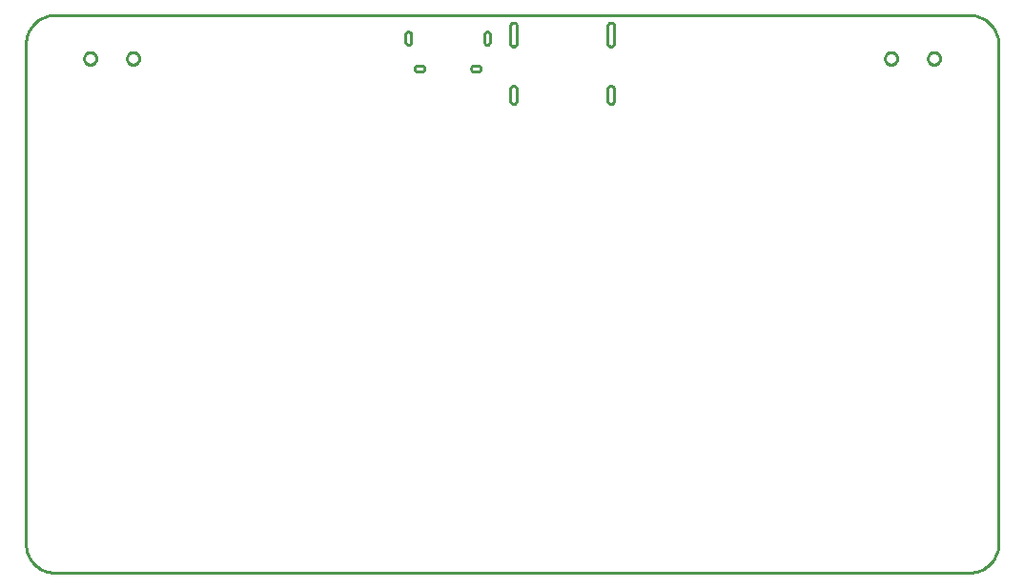
<source format=gbr>
G04 EAGLE Gerber RS-274X export*
G75*
%MOMM*%
%FSLAX34Y34*%
%LPD*%
%IN*%
%IPPOS*%
%AMOC8*
5,1,8,0,0,1.08239X$1,22.5*%
G01*
%ADD10C,0.254000*%


D10*
X0Y25400D02*
X97Y23186D01*
X386Y20989D01*
X865Y18826D01*
X1532Y16713D01*
X2380Y14666D01*
X3403Y12700D01*
X4594Y10831D01*
X5942Y9073D01*
X7440Y7440D01*
X9073Y5942D01*
X10831Y4594D01*
X12700Y3403D01*
X14666Y2380D01*
X16713Y1532D01*
X18826Y865D01*
X20989Y386D01*
X23186Y97D01*
X25400Y0D01*
X838200Y0D01*
X840414Y97D01*
X842611Y386D01*
X844774Y865D01*
X846887Y1532D01*
X848935Y2380D01*
X850900Y3403D01*
X852769Y4594D01*
X854527Y5942D01*
X856161Y7440D01*
X857658Y9073D01*
X859006Y10831D01*
X860197Y12700D01*
X861220Y14666D01*
X862068Y16713D01*
X862735Y18826D01*
X863214Y20989D01*
X863503Y23186D01*
X863600Y25400D01*
X863600Y469900D01*
X863503Y472114D01*
X863214Y474311D01*
X862735Y476474D01*
X862068Y478587D01*
X861220Y480635D01*
X860197Y482600D01*
X859006Y484469D01*
X857658Y486227D01*
X856161Y487861D01*
X854527Y489358D01*
X852769Y490706D01*
X850900Y491897D01*
X848935Y492920D01*
X846887Y493768D01*
X844774Y494435D01*
X842611Y494914D01*
X840414Y495203D01*
X838200Y495300D01*
X25400Y495300D01*
X23186Y495203D01*
X20989Y494914D01*
X18826Y494435D01*
X16713Y493768D01*
X14666Y492920D01*
X12700Y491897D01*
X10831Y490706D01*
X9073Y489358D01*
X7440Y487861D01*
X5942Y486227D01*
X4594Y484469D01*
X3403Y482600D01*
X2380Y480635D01*
X1532Y478587D01*
X865Y476474D01*
X386Y474311D01*
X97Y472114D01*
X0Y469900D01*
X0Y25400D01*
X337150Y471413D02*
X337160Y471195D01*
X337188Y470978D01*
X337235Y470765D01*
X337301Y470557D01*
X337384Y470356D01*
X337485Y470163D01*
X337602Y469979D01*
X337735Y469806D01*
X337882Y469645D01*
X338043Y469497D01*
X338216Y469365D01*
X338400Y469247D01*
X338593Y469147D01*
X338795Y469063D01*
X339003Y468998D01*
X339216Y468950D01*
X339432Y468922D01*
X339650Y468913D01*
X339868Y468922D01*
X340084Y468950D01*
X340297Y468998D01*
X340505Y469063D01*
X340707Y469147D01*
X340900Y469247D01*
X341084Y469365D01*
X341257Y469497D01*
X341418Y469645D01*
X341565Y469806D01*
X341698Y469979D01*
X341815Y470163D01*
X341916Y470356D01*
X341999Y470557D01*
X342065Y470765D01*
X342112Y470978D01*
X342141Y471195D01*
X342150Y471413D01*
X342150Y477913D01*
X342141Y478130D01*
X342112Y478347D01*
X342065Y478560D01*
X341999Y478768D01*
X341916Y478969D01*
X341815Y479163D01*
X341698Y479346D01*
X341565Y479519D01*
X341418Y479680D01*
X341257Y479828D01*
X341084Y479960D01*
X340900Y480078D01*
X340707Y480178D01*
X340505Y480262D01*
X340297Y480327D01*
X340084Y480375D01*
X339868Y480403D01*
X339650Y480413D01*
X339432Y480403D01*
X339216Y480375D01*
X339003Y480327D01*
X338795Y480262D01*
X338593Y480178D01*
X338400Y480078D01*
X338216Y479960D01*
X338043Y479828D01*
X337882Y479680D01*
X337735Y479519D01*
X337602Y479346D01*
X337485Y479163D01*
X337384Y478969D01*
X337301Y478768D01*
X337235Y478560D01*
X337188Y478347D01*
X337160Y478130D01*
X337150Y477913D01*
X337150Y471413D01*
X407150Y471413D02*
X407160Y471195D01*
X407188Y470978D01*
X407235Y470765D01*
X407301Y470557D01*
X407384Y470356D01*
X407485Y470163D01*
X407602Y469979D01*
X407735Y469806D01*
X407882Y469645D01*
X408043Y469497D01*
X408216Y469365D01*
X408400Y469247D01*
X408593Y469147D01*
X408795Y469063D01*
X409003Y468998D01*
X409216Y468950D01*
X409432Y468922D01*
X409650Y468913D01*
X409868Y468922D01*
X410084Y468950D01*
X410297Y468998D01*
X410505Y469063D01*
X410707Y469147D01*
X410900Y469247D01*
X411084Y469365D01*
X411257Y469497D01*
X411418Y469645D01*
X411565Y469806D01*
X411698Y469979D01*
X411815Y470163D01*
X411916Y470356D01*
X411999Y470557D01*
X412065Y470765D01*
X412112Y470978D01*
X412141Y471195D01*
X412150Y471413D01*
X412150Y477913D01*
X412141Y478130D01*
X412112Y478347D01*
X412065Y478560D01*
X411999Y478768D01*
X411916Y478969D01*
X411815Y479163D01*
X411698Y479346D01*
X411565Y479519D01*
X411418Y479680D01*
X411257Y479828D01*
X411084Y479960D01*
X410900Y480078D01*
X410707Y480178D01*
X410505Y480262D01*
X410297Y480327D01*
X410084Y480375D01*
X409868Y480403D01*
X409650Y480413D01*
X409432Y480403D01*
X409216Y480375D01*
X409003Y480327D01*
X408795Y480262D01*
X408593Y480178D01*
X408400Y480078D01*
X408216Y479960D01*
X408043Y479828D01*
X407882Y479680D01*
X407735Y479519D01*
X407602Y479346D01*
X407485Y479163D01*
X407384Y478969D01*
X407301Y478768D01*
X407235Y478560D01*
X407188Y478347D01*
X407160Y478130D01*
X407150Y477913D01*
X407150Y471413D01*
X398150Y444913D02*
X401150Y444913D01*
X401390Y444923D01*
X401628Y444954D01*
X401862Y445006D01*
X402091Y445078D01*
X402312Y445170D01*
X402525Y445281D01*
X402727Y445410D01*
X402918Y445556D01*
X403095Y445718D01*
X403257Y445895D01*
X403403Y446085D01*
X403532Y446288D01*
X403642Y446500D01*
X403734Y446722D01*
X403806Y446951D01*
X403858Y447185D01*
X403890Y447423D01*
X403900Y447663D01*
X403890Y447902D01*
X403858Y448140D01*
X403806Y448374D01*
X403734Y448603D01*
X403642Y448825D01*
X403532Y449038D01*
X403403Y449240D01*
X403257Y449430D01*
X403095Y449607D01*
X402918Y449769D01*
X402727Y449915D01*
X402525Y450044D01*
X402312Y450155D01*
X402091Y450247D01*
X401862Y450319D01*
X401628Y450371D01*
X401390Y450402D01*
X401150Y450413D01*
X398150Y450413D01*
X397910Y450402D01*
X397672Y450371D01*
X397438Y450319D01*
X397209Y450247D01*
X396988Y450155D01*
X396775Y450044D01*
X396573Y449915D01*
X396382Y449769D01*
X396205Y449607D01*
X396043Y449430D01*
X395897Y449240D01*
X395768Y449038D01*
X395658Y448825D01*
X395566Y448603D01*
X395494Y448374D01*
X395442Y448140D01*
X395410Y447902D01*
X395400Y447663D01*
X395410Y447423D01*
X395442Y447185D01*
X395494Y446951D01*
X395566Y446722D01*
X395658Y446500D01*
X395768Y446288D01*
X395897Y446085D01*
X396043Y445895D01*
X396205Y445718D01*
X396382Y445556D01*
X396573Y445410D01*
X396775Y445281D01*
X396988Y445170D01*
X397209Y445078D01*
X397438Y445006D01*
X397672Y444954D01*
X397910Y444923D01*
X398150Y444913D01*
X348150Y444913D02*
X351150Y444913D01*
X351390Y444923D01*
X351628Y444954D01*
X351862Y445006D01*
X352091Y445078D01*
X352312Y445170D01*
X352525Y445281D01*
X352727Y445410D01*
X352918Y445556D01*
X353095Y445718D01*
X353257Y445895D01*
X353403Y446085D01*
X353532Y446288D01*
X353642Y446500D01*
X353734Y446722D01*
X353806Y446951D01*
X353858Y447185D01*
X353890Y447423D01*
X353900Y447663D01*
X353890Y447902D01*
X353858Y448140D01*
X353806Y448374D01*
X353734Y448603D01*
X353642Y448825D01*
X353532Y449038D01*
X353403Y449240D01*
X353257Y449430D01*
X353095Y449607D01*
X352918Y449769D01*
X352727Y449915D01*
X352525Y450044D01*
X352312Y450155D01*
X352091Y450247D01*
X351862Y450319D01*
X351628Y450371D01*
X351390Y450402D01*
X351150Y450413D01*
X348150Y450413D01*
X347910Y450402D01*
X347672Y450371D01*
X347438Y450319D01*
X347209Y450247D01*
X346988Y450155D01*
X346775Y450044D01*
X346573Y449915D01*
X346382Y449769D01*
X346205Y449607D01*
X346043Y449430D01*
X345897Y449240D01*
X345768Y449038D01*
X345658Y448825D01*
X345566Y448603D01*
X345494Y448374D01*
X345442Y448140D01*
X345410Y447902D01*
X345400Y447663D01*
X345410Y447423D01*
X345442Y447185D01*
X345494Y446951D01*
X345566Y446722D01*
X345658Y446500D01*
X345768Y446288D01*
X345897Y446085D01*
X346043Y445895D01*
X346205Y445718D01*
X346382Y445556D01*
X346573Y445410D01*
X346775Y445281D01*
X346988Y445170D01*
X347209Y445078D01*
X347438Y445006D01*
X347672Y444954D01*
X347910Y444923D01*
X348150Y444913D01*
X430050Y470494D02*
X430061Y470232D01*
X430096Y469973D01*
X430152Y469717D01*
X430231Y469468D01*
X430331Y469226D01*
X430452Y468994D01*
X430593Y468773D01*
X430752Y468565D01*
X430929Y468372D01*
X431122Y468196D01*
X431329Y468036D01*
X431550Y467896D01*
X431782Y467775D01*
X432024Y467675D01*
X432274Y467596D01*
X432529Y467539D01*
X432789Y467505D01*
X433050Y467494D01*
X433311Y467505D01*
X433571Y467539D01*
X433826Y467596D01*
X434076Y467675D01*
X434318Y467775D01*
X434550Y467896D01*
X434771Y468036D01*
X434978Y468196D01*
X435171Y468372D01*
X435348Y468565D01*
X435507Y468773D01*
X435648Y468994D01*
X435769Y469226D01*
X435869Y469468D01*
X435948Y469717D01*
X436004Y469973D01*
X436039Y470232D01*
X436050Y470494D01*
X436050Y485494D01*
X436039Y485755D01*
X436004Y486015D01*
X435948Y486270D01*
X435869Y486520D01*
X435769Y486762D01*
X435648Y486994D01*
X435507Y487214D01*
X435348Y487422D01*
X435171Y487615D01*
X434978Y487792D01*
X434771Y487951D01*
X434550Y488092D01*
X434318Y488213D01*
X434076Y488313D01*
X433826Y488392D01*
X433571Y488448D01*
X433311Y488482D01*
X433050Y488494D01*
X432789Y488482D01*
X432529Y488448D01*
X432274Y488392D01*
X432024Y488313D01*
X431782Y488213D01*
X431550Y488092D01*
X431329Y487951D01*
X431122Y487792D01*
X430929Y487615D01*
X430752Y487422D01*
X430593Y487214D01*
X430452Y486994D01*
X430331Y486762D01*
X430231Y486520D01*
X430152Y486270D01*
X430096Y486015D01*
X430061Y485755D01*
X430050Y485494D01*
X430050Y470494D01*
X516450Y470494D02*
X516461Y470232D01*
X516496Y469973D01*
X516552Y469717D01*
X516631Y469468D01*
X516731Y469226D01*
X516852Y468994D01*
X516993Y468773D01*
X517152Y468565D01*
X517329Y468372D01*
X517522Y468196D01*
X517729Y468036D01*
X517950Y467896D01*
X518182Y467775D01*
X518424Y467675D01*
X518674Y467596D01*
X518929Y467539D01*
X519189Y467505D01*
X519450Y467494D01*
X519711Y467505D01*
X519971Y467539D01*
X520226Y467596D01*
X520476Y467675D01*
X520718Y467775D01*
X520950Y467896D01*
X521171Y468036D01*
X521378Y468196D01*
X521571Y468372D01*
X521748Y468565D01*
X521907Y468773D01*
X522048Y468994D01*
X522169Y469226D01*
X522269Y469468D01*
X522348Y469717D01*
X522404Y469973D01*
X522439Y470232D01*
X522450Y470494D01*
X522450Y485494D01*
X522439Y485755D01*
X522404Y486015D01*
X522348Y486270D01*
X522269Y486520D01*
X522169Y486762D01*
X522048Y486994D01*
X521907Y487214D01*
X521748Y487422D01*
X521571Y487615D01*
X521378Y487792D01*
X521171Y487951D01*
X520950Y488092D01*
X520718Y488213D01*
X520476Y488313D01*
X520226Y488392D01*
X519971Y488448D01*
X519711Y488482D01*
X519450Y488494D01*
X519189Y488482D01*
X518929Y488448D01*
X518674Y488392D01*
X518424Y488313D01*
X518182Y488213D01*
X517950Y488092D01*
X517729Y487951D01*
X517522Y487792D01*
X517329Y487615D01*
X517152Y487422D01*
X516993Y487214D01*
X516852Y486994D01*
X516731Y486762D01*
X516631Y486520D01*
X516552Y486270D01*
X516496Y486015D01*
X516461Y485755D01*
X516450Y485494D01*
X516450Y470494D01*
X430050Y419394D02*
X430061Y419132D01*
X430096Y418873D01*
X430152Y418617D01*
X430231Y418368D01*
X430331Y418126D01*
X430452Y417894D01*
X430593Y417673D01*
X430752Y417465D01*
X430929Y417272D01*
X431122Y417096D01*
X431329Y416936D01*
X431550Y416796D01*
X431782Y416675D01*
X432024Y416575D01*
X432274Y416496D01*
X432529Y416439D01*
X432789Y416405D01*
X433050Y416394D01*
X433311Y416405D01*
X433571Y416439D01*
X433826Y416496D01*
X434076Y416575D01*
X434318Y416675D01*
X434550Y416796D01*
X434771Y416936D01*
X434978Y417096D01*
X435171Y417272D01*
X435348Y417465D01*
X435507Y417673D01*
X435648Y417894D01*
X435769Y418126D01*
X435869Y418368D01*
X435948Y418617D01*
X436004Y418873D01*
X436039Y419132D01*
X436050Y419394D01*
X436050Y429394D01*
X436039Y429655D01*
X436004Y429915D01*
X435948Y430170D01*
X435869Y430420D01*
X435769Y430662D01*
X435648Y430894D01*
X435507Y431114D01*
X435348Y431322D01*
X435171Y431515D01*
X434978Y431692D01*
X434771Y431851D01*
X434550Y431992D01*
X434318Y432113D01*
X434076Y432213D01*
X433826Y432292D01*
X433571Y432348D01*
X433311Y432382D01*
X433050Y432394D01*
X432789Y432382D01*
X432529Y432348D01*
X432274Y432292D01*
X432024Y432213D01*
X431782Y432113D01*
X431550Y431992D01*
X431329Y431851D01*
X431122Y431692D01*
X430929Y431515D01*
X430752Y431322D01*
X430593Y431114D01*
X430452Y430894D01*
X430331Y430662D01*
X430231Y430420D01*
X430152Y430170D01*
X430096Y429915D01*
X430061Y429655D01*
X430050Y429394D01*
X430050Y419394D01*
X516450Y419394D02*
X516461Y419132D01*
X516496Y418873D01*
X516552Y418617D01*
X516631Y418368D01*
X516731Y418126D01*
X516852Y417894D01*
X516993Y417673D01*
X517152Y417465D01*
X517329Y417272D01*
X517522Y417096D01*
X517729Y416936D01*
X517950Y416796D01*
X518182Y416675D01*
X518424Y416575D01*
X518674Y416496D01*
X518929Y416439D01*
X519189Y416405D01*
X519450Y416394D01*
X519711Y416405D01*
X519971Y416439D01*
X520226Y416496D01*
X520476Y416575D01*
X520718Y416675D01*
X520950Y416796D01*
X521171Y416936D01*
X521378Y417096D01*
X521571Y417272D01*
X521748Y417465D01*
X521907Y417673D01*
X522048Y417894D01*
X522169Y418126D01*
X522269Y418368D01*
X522348Y418617D01*
X522404Y418873D01*
X522439Y419132D01*
X522450Y419394D01*
X522450Y429394D01*
X522439Y429655D01*
X522404Y429915D01*
X522348Y430170D01*
X522269Y430420D01*
X522169Y430662D01*
X522048Y430894D01*
X521907Y431114D01*
X521748Y431322D01*
X521571Y431515D01*
X521378Y431692D01*
X521171Y431851D01*
X520950Y431992D01*
X520718Y432113D01*
X520476Y432213D01*
X520226Y432292D01*
X519971Y432348D01*
X519711Y432382D01*
X519450Y432394D01*
X519189Y432382D01*
X518929Y432348D01*
X518674Y432292D01*
X518424Y432213D01*
X518182Y432113D01*
X517950Y431992D01*
X517729Y431851D01*
X517522Y431692D01*
X517329Y431515D01*
X517152Y431322D01*
X516993Y431114D01*
X516852Y430894D01*
X516731Y430662D01*
X516631Y430420D01*
X516552Y430170D01*
X516496Y429915D01*
X516461Y429655D01*
X516450Y429394D01*
X516450Y419394D01*
X62700Y456454D02*
X62631Y455840D01*
X62493Y455238D01*
X62289Y454654D01*
X62021Y454098D01*
X61693Y453575D01*
X61308Y453092D01*
X60871Y452655D01*
X60388Y452270D01*
X59865Y451941D01*
X59308Y451673D01*
X58725Y451469D01*
X58123Y451332D01*
X57509Y451263D01*
X56891Y451263D01*
X56277Y451332D01*
X55675Y451469D01*
X55092Y451673D01*
X54535Y451941D01*
X54012Y452270D01*
X53529Y452655D01*
X53093Y453092D01*
X52707Y453575D01*
X52379Y454098D01*
X52111Y454654D01*
X51907Y455238D01*
X51769Y455840D01*
X51700Y456454D01*
X51700Y457071D01*
X51769Y457685D01*
X51907Y458288D01*
X52111Y458871D01*
X52379Y459427D01*
X52707Y459950D01*
X53093Y460433D01*
X53529Y460870D01*
X54012Y461255D01*
X54535Y461584D01*
X55092Y461852D01*
X55675Y462056D01*
X56277Y462193D01*
X56891Y462263D01*
X57509Y462263D01*
X58123Y462193D01*
X58725Y462056D01*
X59308Y461852D01*
X59865Y461584D01*
X60388Y461255D01*
X60871Y460870D01*
X61308Y460433D01*
X61693Y459950D01*
X62021Y459427D01*
X62289Y458871D01*
X62493Y458288D01*
X62631Y457685D01*
X62700Y457071D01*
X62700Y456454D01*
X100700Y456454D02*
X100631Y455840D01*
X100493Y455238D01*
X100289Y454654D01*
X100021Y454098D01*
X99693Y453575D01*
X99308Y453092D01*
X98871Y452655D01*
X98388Y452270D01*
X97865Y451941D01*
X97308Y451673D01*
X96725Y451469D01*
X96123Y451332D01*
X95509Y451263D01*
X94891Y451263D01*
X94277Y451332D01*
X93675Y451469D01*
X93092Y451673D01*
X92535Y451941D01*
X92012Y452270D01*
X91529Y452655D01*
X91093Y453092D01*
X90707Y453575D01*
X90379Y454098D01*
X90111Y454654D01*
X89907Y455238D01*
X89769Y455840D01*
X89700Y456454D01*
X89700Y457071D01*
X89769Y457685D01*
X89907Y458288D01*
X90111Y458871D01*
X90379Y459427D01*
X90707Y459950D01*
X91093Y460433D01*
X91529Y460870D01*
X92012Y461255D01*
X92535Y461584D01*
X93092Y461852D01*
X93675Y462056D01*
X94277Y462193D01*
X94891Y462263D01*
X95509Y462263D01*
X96123Y462193D01*
X96725Y462056D01*
X97308Y461852D01*
X97865Y461584D01*
X98388Y461255D01*
X98871Y460870D01*
X99308Y460433D01*
X99693Y459950D01*
X100021Y459427D01*
X100289Y458871D01*
X100493Y458288D01*
X100631Y457685D01*
X100700Y457071D01*
X100700Y456454D01*
X773900Y456454D02*
X773831Y455840D01*
X773693Y455238D01*
X773489Y454654D01*
X773221Y454098D01*
X772893Y453575D01*
X772508Y453092D01*
X772071Y452655D01*
X771588Y452270D01*
X771065Y451941D01*
X770508Y451673D01*
X769925Y451469D01*
X769323Y451332D01*
X768709Y451263D01*
X768091Y451263D01*
X767477Y451332D01*
X766875Y451469D01*
X766292Y451673D01*
X765735Y451941D01*
X765212Y452270D01*
X764729Y452655D01*
X764293Y453092D01*
X763907Y453575D01*
X763579Y454098D01*
X763311Y454654D01*
X763107Y455238D01*
X762969Y455840D01*
X762900Y456454D01*
X762900Y457071D01*
X762969Y457685D01*
X763107Y458288D01*
X763311Y458871D01*
X763579Y459427D01*
X763907Y459950D01*
X764293Y460433D01*
X764729Y460870D01*
X765212Y461255D01*
X765735Y461584D01*
X766292Y461852D01*
X766875Y462056D01*
X767477Y462193D01*
X768091Y462263D01*
X768709Y462263D01*
X769323Y462193D01*
X769925Y462056D01*
X770508Y461852D01*
X771065Y461584D01*
X771588Y461255D01*
X772071Y460870D01*
X772508Y460433D01*
X772893Y459950D01*
X773221Y459427D01*
X773489Y458871D01*
X773693Y458288D01*
X773831Y457685D01*
X773900Y457071D01*
X773900Y456454D01*
X811900Y456454D02*
X811831Y455840D01*
X811693Y455238D01*
X811489Y454654D01*
X811221Y454098D01*
X810893Y453575D01*
X810508Y453092D01*
X810071Y452655D01*
X809588Y452270D01*
X809065Y451941D01*
X808508Y451673D01*
X807925Y451469D01*
X807323Y451332D01*
X806709Y451263D01*
X806091Y451263D01*
X805477Y451332D01*
X804875Y451469D01*
X804292Y451673D01*
X803735Y451941D01*
X803212Y452270D01*
X802729Y452655D01*
X802293Y453092D01*
X801907Y453575D01*
X801579Y454098D01*
X801311Y454654D01*
X801107Y455238D01*
X800969Y455840D01*
X800900Y456454D01*
X800900Y457071D01*
X800969Y457685D01*
X801107Y458288D01*
X801311Y458871D01*
X801579Y459427D01*
X801907Y459950D01*
X802293Y460433D01*
X802729Y460870D01*
X803212Y461255D01*
X803735Y461584D01*
X804292Y461852D01*
X804875Y462056D01*
X805477Y462193D01*
X806091Y462263D01*
X806709Y462263D01*
X807323Y462193D01*
X807925Y462056D01*
X808508Y461852D01*
X809065Y461584D01*
X809588Y461255D01*
X810071Y460870D01*
X810508Y460433D01*
X810893Y459950D01*
X811221Y459427D01*
X811489Y458871D01*
X811693Y458288D01*
X811831Y457685D01*
X811900Y457071D01*
X811900Y456454D01*
M02*

</source>
